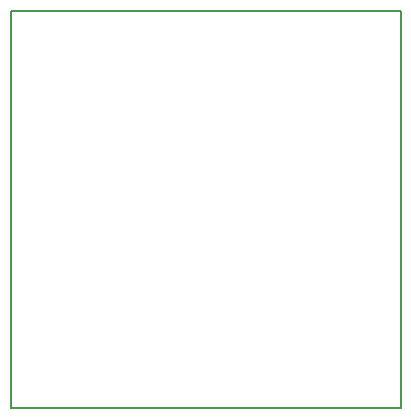
<source format=gm1>
G04 #@! TF.FileFunction,Profile,NP*
%FSLAX46Y46*%
G04 Gerber Fmt 4.6, Leading zero omitted, Abs format (unit mm)*
G04 Created by KiCad (PCBNEW 4.0.2+e4-6225~38~ubuntu14.04.1-stable) date Seg 01 Ago 2016 19:20:02 BRT*
%MOMM*%
G01*
G04 APERTURE LIST*
%ADD10C,0.100000*%
%ADD11C,0.150000*%
G04 APERTURE END LIST*
D10*
D11*
X167640000Y-83185000D02*
X167640000Y-116840000D01*
X200660000Y-83185000D02*
X167640000Y-83185000D01*
X200660000Y-116840000D02*
X200660000Y-83185000D01*
X167640000Y-116840000D02*
X200660000Y-116840000D01*
M02*

</source>
